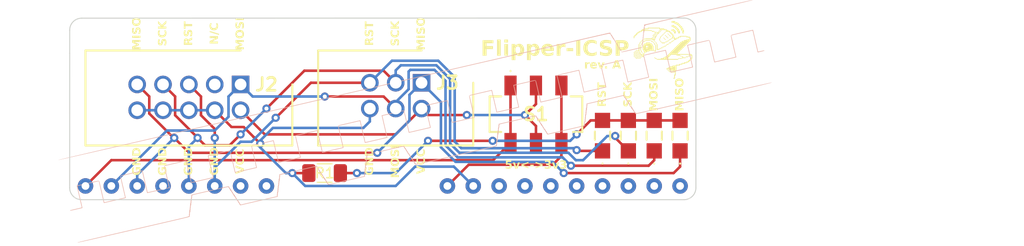
<source format=kicad_pcb>
(kicad_pcb (version 20221018) (generator pcbnew)
  (title_block (title "Flipper-ICSP") (date "2024-01-06") (rev "A"))
  (layers (0 "F.Cu" signal) (31 "B.Cu" signal) (34 "B.Paste" user) (35 "F.Paste" user) (36 "B.SilkS" user "B.Silkscreen") (37 "F.SilkS" user "F.Silkscreen") (38 "B.Mask" user) (39 "F.Mask" user) (44 "Edge.Cuts" user))
  (net 0 "")
  (net 1 "5v")
  (net 2 "MOSI")
  (net 3 "MISO")
  (net 5 "SCK")
  (net 6 "RESET")
  (net 9 "3v3")
  (net 10 "GND")
  (net 19 "VCC")
  (net 21 "Net-(LED1-Pad2)")
  (footprint "LibraryLoader:5990411127F" (layer "F.Cu") (at 122.555 68.069332 90)
    (fp_text reference "LED1" hide)
    (fp_text value "599-0411-127F" hide)
    (pad "1" smd rect (at -1.5 0 180) (size 1.5 1.5) (layers "F.Cu" "F.Paste" "F.Mask") (net 6 "RESET"))
    (pad "2" smd rect (at 1.5 0 180) (size 1.5 1.5) (layers "F.Cu" "F.Paste" "F.Mask") (net 21 "Net-(LED1-Pad2)"))
  )
  (footprint "LibraryLoader:SLW9135352ASMT" (layer "F.Cu") (at 116.015722 65.95726)
    (fp_text reference "S1" (at 0 0) (layer "F.SilkS") (effects (font (size 1.27 1.27) (thickness 0.254))))
    (fp_text value "SLW-913535-2A-SMT" hide)
    (pad "1" smd rect (at -2.5 -2.825) (size 1.2 1.95) (layers "F.Cu" "F.Paste" "F.Mask") (net 1 "5v"))
    (pad "2" smd rect (at 0 -2.825) (size 1.2 1.95) (layers "F.Cu" "F.Paste" "F.Mask") (net 19 "VCC"))
    (pad "3" smd rect (at 2.5 -2.825) (size 1.2 1.95) (layers "F.Cu" "F.Paste" "F.Mask") (net 9 "3v3"))
    (pad "4" smd rect (at -2.5 2.825) (size 1.2 1.95) (layers "F.Cu" "F.Paste" "F.Mask") (net 1 "5v"))
    (pad "5" smd rect (at 0 2.825) (size 1.2 1.95) (layers "F.Cu" "F.Paste" "F.Mask") (net 19 "VCC"))
    (pad "6" smd rect (at 2.5 2.825) (size 1.2 1.95) (layers "F.Cu" "F.Paste" "F.Mask") (net 9 "3v3"))
  )
  (footprint "LOGO" (layer "F.Cu") (at 128.613318 59.463912)
    (fp_text reference "G***" hide)
    (fp_text value "LOGO" hide)
  )
  (footprint "LibraryLoader:SHDR10W67P254_2X5_2032X916X922P" (layer "F.Cu") (at 86.995 63.03 180)
    (fp_text reference "J2" (at -2.54 0 180) (layer "F.SilkS") (effects (font (size 1.27 1.27) (thickness 0.254))))
    (fp_text value "1761681-3" hide)
    (pad "1" thru_hole rect (at 0 0 180) (size 1.725 1.725) (drill 1.15) (layers "*.Cu" "*.Mask") (net 2 "MOSI"))
    (pad "2" thru_hole circle (at 0 -2.54 180) (size 1.725 1.725) (drill 1.15) (layers "*.Cu" "*.Mask") (net 19 "VCC"))
    (pad "3" thru_hole circle (at 2.54 0 180) (size 1.725 1.725) (drill 1.15) (layers "*.Cu" "*.Mask"))
    (pad "4" thru_hole circle (at 2.54 -2.54 180) (size 1.725 1.725) (drill 1.15) (layers "*.Cu" "*.Mask") (net 10 "GND"))
    (pad "5" thru_hole circle (at 5.08 0 180) (size 1.725 1.725) (drill 1.15) (layers "*.Cu" "*.Mask") (net 6 "RESET"))
    (pad "6" thru_hole circle (at 5.08 -2.54 180) (size 1.725 1.725) (drill 1.15) (layers "*.Cu" "*.Mask") (net 10 "GND"))
    (pad "7" thru_hole circle (at 7.62 0 180) (size 1.725 1.725) (drill 1.15) (layers "*.Cu" "*.Mask") (net 5 "SCK"))
    (pad "8" thru_hole circle (at 7.62 -2.54 180) (size 1.725 1.725) (drill 1.15) (layers "*.Cu" "*.Mask") (net 10 "GND"))
    (pad "9" thru_hole circle (at 10.16 0 180) (size 1.725 1.725) (drill 1.15) (layers "*.Cu" "*.Mask") (net 3 "MISO"))
    (pad "10" thru_hole circle (at 10.16 -2.54 180) (size 1.725 1.725) (drill 1.15) (layers "*.Cu" "*.Mask") (net 10 "GND"))
  )
  (footprint "LibraryLoader:5990411127F" (layer "F.Cu") (at 130.175 68.069332 90)
    (fp_text reference "LED4" hide)
    (fp_text value "599-0411-127F" hide)
    (pad "1" smd rect (at -1.5 0 180) (size 1.5 1.5) (layers "F.Cu" "F.Paste" "F.Mask") (net 3 "MISO"))
    (pad "2" smd rect (at 1.5 0 180) (size 1.5 1.5) (layers "F.Cu" "F.Paste" "F.Mask") (net 21 "Net-(LED1-Pad2)"))
  )
  (footprint "LibraryLoader:5990411127F" (layer "F.Cu") (at 127.635 68.069332 90)
    (fp_text reference "LED3" hide)
    (fp_text value "599-0411-127F" hide)
    (pad "1" smd rect (at -1.5 0 180) (size 1.5 1.5) (layers "F.Cu" "F.Paste" "F.Mask") (net 2 "MOSI"))
    (pad "2" smd rect (at 1.5 0 180) (size 1.5 1.5) (layers "F.Cu" "F.Paste" "F.Mask") (net 21 "Net-(LED1-Pad2)"))
  )
  (footprint "LibraryLoader:SHDR6W67P254_2X3_1524X916X922P" (layer "F.Cu") (at 104.775 62.865 180)
    (fp_text reference "J3" (at -2.54 0 180) (layer "F.SilkS") (effects (font (size 1.27 1.27) (thickness 0.254))))
    (fp_text value "1761681-1" hide)
    (pad "1" thru_hole rect (at 0 0 180) (size 1.725 1.725) (drill 1.15) (layers "*.Cu" "*.Mask") (net 3 "MISO"))
    (pad "2" thru_hole circle (at 0 -2.54 180) (size 1.725 1.725) (drill 1.15) (layers "*.Cu" "*.Mask") (net 19 "VCC"))
    (pad "3" thru_hole circle (at 2.54 0 180) (size 1.725 1.725) (drill 1.15) (layers "*.Cu" "*.Mask") (net 5 "SCK"))
    (pad "4" thru_hole circle (at 2.54 -2.54 180) (size 1.725 1.725) (drill 1.15) (layers "*.Cu" "*.Mask") (net 2 "MOSI"))
    (pad "5" thru_hole circle (at 5.08 0 180) (size 1.725 1.725) (drill 1.15) (layers "*.Cu" "*.Mask") (net 6 "RESET"))
    (pad "6" thru_hole circle (at 5.08 -2.54 180) (size 1.725 1.725) (drill 1.15) (layers "*.Cu" "*.Mask") (net 10 "GND"))
  )
  (footprint "Resistor_SMD:R_1206_3216Metric_Pad1.30x1.75mm_HandSolder" (layer "F.Cu") (at 95.25 71.755 180)
    (fp_text reference "R1" (at 0 0) (layer "F.SilkS"))
    (fp_text value "220R")
    (pad "1" smd roundrect (at -1.55 0 180) (size 1.3 1.75) (layers "F.Cu" "F.Paste" "F.Mask") (roundrect_rratio 0.1923076923) (net 21 "Net-(LED1-Pad2)"))
    (pad "2" smd roundrect (at 1.55 0 180) (size 1.3 1.75) (layers "F.Cu" "F.Paste" "F.Mask") (roundrect_rratio 0.1923076923) (net 10 "GND"))
  )
  (footprint "FlipperZero:flipper zero through hole pins" (layer "F.Cu") (at 99.695 73.025)
    (fp_text reference "J1" hide)
    (fp_text value "FlipperZero")
    (pad "1" thru_hole circle (at -27.94 0) (size 1.524 1.524) (drill 0.762) (layers "*.Cu" "*.Mask") (net 1 "5v"))
    (pad "2" thru_hole circle (at -25.4 0) (size 1.524 1.524) (drill 0.762) (layers "*.Cu" "*.Mask") (net 2 "MOSI"))
    (pad "3" thru_hole circle (at -22.86 0) (size 1.524 1.524) (drill 0.762) (layers "*.Cu" "*.Mask") (net 3 "MISO"))
    (pad "4" thru_hole circle (at -20.32 0) (size 1.524 1.524) (drill 0.762) (layers "*.Cu" "*.Mask"))
    (pad "5" thru_hole circle (at -17.78 0) (size 1.524 1.524) (drill 0.762) (layers "*.Cu" "*.Mask") (net 5 "SCK"))
    (pad "6" thru_hole circle (at -15.24 0) (size 1.524 1.524) (drill 0.762) (layers "*.Cu" "*.Mask") (net 6 "RESET"))
    (pad "7" thru_hole circle (at -12.7 0) (size 1.524 1.524) (drill 0.762) (layers "*.Cu" "*.Mask"))
    (pad "8" thru_hole circle (at -10.16 0) (size 1.524 1.524) (drill 0.762) (layers "*.Cu" "*.Mask"))
    (pad "9" thru_hole circle (at 7.62 0) (size 1.524 1.524) (drill 0.762) (layers "*.Cu" "*.Mask") (net 9 "3v3"))
    (pad "10" thru_hole circle (at 10.16 0) (size 1.524 1.524) (drill 0.762) (layers "*.Cu" "*.Mask") (net 10 "GND"))
    (pad "11" thru_hole circle (at 12.7 0) (size 1.524 1.524) (drill 0.762) (layers "*.Cu" "*.Mask"))
    (pad "12" thru_hole circle (at 15.24 0) (size 1.524 1.524) (drill 0.762) (layers "*.Cu" "*.Mask"))
    (pad "13" thru_hole circle (at 17.78 0) (size 1.524 1.524) (drill 0.762) (layers "*.Cu" "*.Mask"))
    (pad "14" thru_hole circle (at 20.32 0) (size 1.524 1.524) (drill 0.762) (layers "*.Cu" "*.Mask"))
    (pad "15" thru_hole circle (at 22.86 0) (size 1.524 1.524) (drill 0.762) (layers "*.Cu" "*.Mask"))
    (pad "16" thru_hole circle (at 25.4 0) (size 1.524 1.524) (drill 0.762) (layers "*.Cu" "*.Mask"))
    (pad "17" thru_hole circle (at 27.94 0) (size 1.524 1.524) (drill 0.762) (layers "*.Cu" "*.Mask"))
    (pad "18" thru_hole circle (at 30.48 0) (size 1.524 1.524) (drill 0.762) (layers "*.Cu" "*.Mask"))
  )
  (footprint "LibraryLoader:5990411127F" (layer "F.Cu") (at 125.095 68.069332 90)
    (fp_text reference "LED2" hide)
    (fp_text value "599-0411-127F" hide)
    (pad "1" smd rect (at -1.5 0 180) (size 1.5 1.5) (layers "F.Cu" "F.Paste" "F.Mask") (net 5 "SCK"))
    (pad "2" smd rect (at 1.5 0 180) (size 1.5 1.5) (layers "F.Cu" "F.Paste" "F.Mask") (net 21 "Net-(LED1-Pad2)"))
  )
  (footprint "LOGO" (layer "B.Cu") (at 104.14 66.675 -167)
    (fp_text reference "G***" hide)
    (fp_text value "LOGO" hide)
  )
  (footprint "LOGO" (layer "B.Cu") (at 113.665 65.405 176)
    (fp_text reference "G***" hide)
    (fp_text value "LOGO" hide)
  )
  (gr_line (start 131.734797 59.9538) (end 131.734797 57.665164) (stroke (width 0.1)) (layer "Edge.Cuts"))
  (gr_line (start 131.73014 73.20298) (end 131.734797 59.9538) (stroke (width 0.1)) (layer "Edge.Cuts"))
  (gr_line (start 70.204517 59.967771) (end 70.204517 57.679135) (stroke (width 0.1)) (layer "Edge.Cuts"))
  (gr_arc (start 131.73014 73.20298) (mid 131.386506 74.032628) (end 130.556857 74.376263) (stroke (width 0.1)) (layer "Edge.Cuts"))
  (gr_arc (start 130.561514 56.491881) (mid 131.39115 56.835528) (end 131.734797 57.665164) (stroke (width 0.1)) (layer "Edge.Cuts"))
  (gr_line (start 71.375749 74.375227) (end 130.556857 74.376263) (stroke (width 0.1)) (layer "Edge.Cuts"))
  (gr_line (start 70.204517 59.967771) (end 70.202466 73.201944) (stroke (width 0.1)) (layer "Edge.Cuts"))
  (gr_arc (start 71.375749 74.375227) (mid 70.546138 74.031564) (end 70.202466 73.201944) (stroke (width 0.1)) (layer "Edge.Cuts"))
  (gr_arc (start 70.204517 57.679135) (mid 70.548164 56.849499) (end 71.3778 56.505852) (stroke (width 0.1)) (layer "Edge.Cuts"))
  (gr_line (start 71.3778 56.505852) (end 130.561514 56.491881) (stroke (width 0.1)) (layer "Edge.Cuts"))
  (gr_text "SCK" (at 79.8315 58.019932 90) (layer "F.SilkS") (effects (font (size 0.8 0.8) (thickness 0.1) bold) (justify bottom)))
  (gr_text "RST" (at 82.3715 58.019931 90) (layer "F.SilkS") (effects (font (size 0.8 0.8) (thickness 0.1) bold) (justify bottom)))
  (gr_text "Flipper-ICSP" (at 117.886703 60.456186) (layer "F.SilkS") (effects (font (size 1.5 1.5) (thickness 0.3) bold) (justify bottom)))
  (gr_text "MOSI" (at 87.4515 58.019932 90) (layer "F.SilkS") (effects (font (size 0.8 0.8) (thickness 0.1) bold) (justify bottom)))
  (gr_text "VCC" (at 87.4515 70.608972 90) (layer "F.SilkS") (effects (font (size 0.8 0.8) (thickness 0.1) bold) (justify bottom)))
  (gr_text "GND" (at 84.9115 70.608973 90) (layer "F.SilkS") (effects (font (size 0.8 0.8) (thickness 0.1) bold) (justify bottom)))
  (gr_text "MOSI" (at 128.0915 64.028935 90) (layer "F.SilkS") (effects (font (size 0.8 0.8) (thickness 0.1) bold) (justify bottom)))
  (gr_text "rev. A" (at 122.555 61.595) (layer "F.SilkS") (effects (font (size 0.8 0.8) (thickness 0.1) bold) (justify bottom)))
  (gr_text "SCK" (at 125.5515 64.028935 90) (layer "F.SilkS") (effects (font (size 0.8 0.8) (thickness 0.1) bold) (justify bottom)))
  (gr_text "MOSI" (at 102.6915 70.608973 90) (layer "F.SilkS") (effects (font (size 0.8 0.8) (thickness 0.1) bold) (justify bottom)))
  (gr_text "MISO" (at 105.2315 58.019932 90) (layer "F.SilkS") (effects (font (size 0.8 0.8) (thickness 0.1) bold) (justify bottom)))
  (gr_text "MISO" (at 130.6315 64.028935 90) (layer "F.SilkS") (effects (font (size 0.8 0.8) (thickness 0.1) bold) (justify bottom)))
  (gr_text "N/C" (at 84.9115 58.019931 90) (layer "F.SilkS") (effects (font (size 0.8 0.8) (thickness 0.1) bold) (justify bottom)))
  (gr_text "GND" (at 77.2915 70.608973 90) (layer "F.SilkS") (effects (font (size 0.8 0.8) (thickness 0.1) bold) (justify bottom)))
  (gr_text "RST" (at 100.1515 58.019931 90) (layer "F.SilkS") (effects (font (size 0.8 0.8) (thickness 0.1) bold) (justify bottom)))
  (gr_text "VCC" (at 105.2315 70.608972 90) (layer "F.SilkS") (effects (font (size 0.8 0.8) (thickness 0.1) bold) (justify bottom)))
  (gr_text "GND" (at 79.8315 70.608973 90) (layer "F.SilkS") (effects (font (size 0.8 0.8) (thickness 0.1) bold) (justify bottom)))
  (gr_text "RST" (at 123.0115 64.028934 90) (layer "F.SilkS") (effects (font (size 0.8 0.8) (thickness 0.1) bold) (justify bottom)))
  (gr_text "5v<->3v3" (at 116.015722 71.457935) (layer "F.SilkS") (effects (font (size 0.8 0.8) (thickness 0.15) bold) (justify bottom)))
  (gr_text "SCK" (at 102.6915 58.019932 90) (layer "F.SilkS") (effects (font (size 0.8 0.8) (thickness 0.1) bold) (justify bottom)))
  (gr_text "MISO" (at 77.2915 58.019932 90) (layer "F.SilkS") (effects (font (size 0.8 0.8) (thickness 0.1) bold) (justify bottom)))
  (gr_text "GND" (at 100.1515 70.608973 90) (layer "F.SilkS") (effects (font (size 0.8 0.8) (thickness 0.1) bold) (justify bottom)))
  (gr_text "GND" (at 82.3715 70.608973 90) (layer "F.SilkS") (effects (font (size 0.8 0.8) (thickness 0.1) bold) (justify bottom)))
  (segment (start 74.295 70.485) (end 111.812982 70.485) (width 0.25) (layer "F.Cu") (net 1))
  (segment (start 71.755 73.025) (end 74.295 70.485) (width 0.25) (layer "F.Cu") (net 1))
  (segment (start 111.812982 70.485) (end 113.515722 68.78226) (width 0.25) (layer "F.Cu") (net 1))
  (segment (start 113.515722 68.78226) (end 113.515722 63.13226) (width 0.25) (layer "F.Cu") (net 1))
  (segment (start 127.635 70.485) (end 127.635 69.569332) (width 0.25) (layer "F.Cu") (net 2))
  (segment (start 119.451755 71.0305) (end 127.0895 71.0305) (width 0.25) (layer "F.Cu") (net 2))
  (segment (start 95.269179 64.2175) (end 101.0475 64.2175) (width 0.25) (layer "F.Cu") (net 2))
  (segment (start 101.0475 64.2175) (end 102.235 65.405) (width 0.25) (layer "F.Cu") (net 2))
  (segment (start 127.0895 71.0305) (end 127.635 70.485) (width 0.25) (layer "F.Cu") (net 2))
  (segment (start 95.266614 64.220065) (end 95.269179 64.2175) (width 0.25) (layer "F.Cu") (net 2))
  (via (at 119.451755 71.0305) (size 0.8) (drill 0.4) (layers "F.Cu" "B.Cu") (net 2))
  (via (at 95.266614 64.220065) (size 0.8) (drill 0.4) (layers "F.Cu" "B.Cu") (net 2))
  (segment (start 107.13 62.68) (end 107.13 69.028604) (width 0.25) (layer "B.Cu") (net 2))
  (segment (start 118.626255 70.205) (end 119.451755 71.0305) (width 0.25) (layer "B.Cu") (net 2))
  (segment (start 103.505 61.76) (end 103.67 61.595) (width 0.25) (layer "B.Cu") (net 2))
  (segment (start 86.995 63.03) (end 88.1825 64.2175) (width 0.25) (layer "B.Cu") (net 2))
  (segment (start 88.1825 64.2175) (end 95.264049 64.2175) (width 0.25) (layer "B.Cu") (net 2))
  (segment (start 103.67 61.595) (end 106.045 61.595) (width 0.25) (layer "B.Cu") (net 2))
  (segment (start 102.235 64.768604) (end 103.505 63.498604) (width 0.25) (layer "B.Cu") (net 2))
  (segment (start 102.235 65.405) (end 102.235 64.768604) (width 0.25) (layer "B.Cu") (net 2))
  (segment (start 107.13 69.028604) (end 108.306396 70.205) (width 0.25) (layer "B.Cu") (net 2))
  (segment (start 95.264049 64.2175) (end 95.266614 64.220065) (width 0.25) (layer "B.Cu") (net 2))
  (segment (start 106.045 61.595) (end 107.13 62.68) (width 0.25) (layer "B.Cu") (net 2))
  (segment (start 85.8075 64.2175) (end 86.995 63.03) (width 0.25) (layer "B.Cu") (net 2))
  (segment (start 84.455 67.566907) (end 85.8075 66.214407) (width 0.25) (layer "B.Cu") (net 2))
  (segment (start 79.753093 67.566907) (end 84.455 67.566907) (width 0.25) (layer "B.Cu") (net 2))
  (segment (start 103.505 63.498604) (end 103.505 61.76) (width 0.25) (layer "B.Cu") (net 2))
  (segment (start 85.8075 66.214407) (end 85.8075 64.2175) (width 0.25) (layer "B.Cu") (net 2))
  (segment (start 108.306396 70.205) (end 118.626255 70.205) (width 0.25) (layer "B.Cu") (net 2))
  (segment (start 74.295 73.025) (end 79.753093 67.566907) (width 0.25) (layer "B.Cu") (net 2))
  (segment (start 81.944126 69.7605) (end 100.419501 69.7605) (width 0.25) (layer "F.Cu") (net 3))
  (segment (start 129.54 71.755) (end 130.175 71.12) (width 0.25) (layer "F.Cu") (net 3))
  (segment (start 118.745 71.755) (end 129.54 71.755) (width 0.25) (layer "F.Cu") (net 3))
  (segment (start 78.0225 64.2175) (end 76.835 63.03) (width 0.25) (layer "F.Cu") (net 3))
  (segment (start 130.175 71.12) (end 130.175 69.569332) (width 0.25) (layer "F.Cu") (net 3))
  (segment (start 80.475533 68.291907) (end 80.417528 68.291907) (width 0.25) (layer "F.Cu") (net 3))
  (segment (start 78.0225 65.896879) (end 78.0225 64.2175) (width 0.25) (layer "F.Cu") (net 3))
  (segment (start 80.417528 68.291907) (end 78.0225 65.896879) (width 0.25) (layer "F.Cu") (net 3))
  (segment (start 80.475533 68.291907) (end 81.944126 69.7605) (width 0.25) (layer "F.Cu") (net 3))
  (via (at 80.475533 68.291907) (size 0.8) (drill 0.4) (layers "F.Cu" "B.Cu") (net 3))
  (via (at 118.745 71.755) (size 0.8) (drill 0.4) (layers "F.Cu" "B.Cu") (net 3))
  (via (at 100.419501 69.7605) (size 0.8) (drill 0.4) (layers "F.Cu" "B.Cu") (net 3))
  (segment (start 103.5875 64.0525) (end 104.775 62.865) (width 0.25) (layer "B.Cu") (net 3))
  (segment (start 117.645 70.655) (end 118.745 71.755) (width 0.25) (layer "B.Cu") (net 3))
  (segment (start 104.775 62.865) (end 106.68 64.77) (width 0.25) (layer "B.Cu") (net 3))
  (segment (start 80.475533 68.291907) (end 76.835 71.93244) (width 0.25) (layer "B.Cu") (net 3))
  (segment (start 76.835 71.93244) (end 76.835 73.025) (width 0.25) (layer "B.Cu") (net 3))
  (segment (start 106.68 64.77) (end 106.68 69.215) (width 0.25) (layer "B.Cu") (net 3))
  (segment (start 108.12 70.655) (end 117.645 70.655) (width 0.25) (layer "B.Cu") (net 3))
  (segment (start 106.68 69.215) (end 108.12 70.655) (width 0.25) (layer "B.Cu") (net 3))
  (segment (start 103.5875 66.592501) (end 103.5875 64.0525) (width 0.25) (layer "B.Cu") (net 3))
  (segment (start 100.419501 69.7605) (end 103.5875 66.592501) (width 0.25) (layer "B.Cu") (net 3))
  (segment (start 85.923093 69.016907) (end 83.492482 69.016907) (width 0.25) (layer "F.Cu") (net 5))
  (segment (start 123.799007 68.103316) (end 123.799007 68.273339) (width 0.25) (layer "F.Cu") (net 5))
  (segment (start 83.492482 69.016907) (end 82.766982 68.291407) (width 0.25) (layer "F.Cu") (net 5))
  (segment (start 82.766982 68.266361) (end 80.5625 66.061879) (width 0.25) (layer "F.Cu") (net 5))
  (segment (start 123.799007 68.273339) (end 125.095 69.569332) (width 0.25) (layer "F.Cu") (net 5))
  (segment (start 101.0475 61.6775) (end 102.235 62.865) (width 0.25) (layer "F.Cu") (net 5))
  (segment (start 86.995 67.945) (end 85.923093 69.016907) (width 0.25) (layer "F.Cu") (net 5))
  (segment (start 80.5625 66.061879) (end 80.5625 64.2175) (width 0.25) (layer "F.Cu") (net 5))
  (segment (start 80.5625 64.2175) (end 79.375 63.03) (width 0.25) (layer "F.Cu") (net 5))
  (segment (start 89.535 65.405) (end 93.2625 61.6775) (width 0.25) (layer "F.Cu") (net 5))
  (segment (start 93.2625 61.6775) (end 101.0475 61.6775) (width 0.25) (layer "F.Cu") (net 5))
  (segment (start 82.766982 68.291407) (end 82.766982 68.266361) (width 0.25) (layer "F.Cu") (net 5))
  (via (at 86.995 67.945) (size 0.8) (drill 0.4) (layers "F.Cu" "B.Cu") (net 5))
  (via (at 82.766982 68.291407) (size 0.8) (drill 0.4) (layers "F.Cu" "B.Cu") (net 5))
  (via (at 89.535 65.405) (size 0.8) (drill 0.4) (layers "F.Cu" "B.Cu") (net 5))
  (via (at 123.799007 68.103316) (size 0.8) (drill 0.4) (layers "F.Cu" "B.Cu") (net 5))
  (segment (start 86.995 67.945) (end 89.535 65.405) (width 0.25) (layer "B.Cu") (net 5))
  (segment (start 102.735241 61.145) (end 106.231396 61.145) (width 0.25) (layer "B.Cu") (net 5))
  (segment (start 119.20156 69.755) (end 119.93156 70.485) (width 0.25) (layer "B.Cu") (net 5))
  (segment (start 107.58 68.842208) (end 108.492792 69.755) (width 0.25) (layer "B.Cu") (net 5))
  (segment (start 120.65 70.485) (end 123.031684 68.103316) (width 0.25) (layer "B.Cu") (net 5))
  (segment (start 81.915 69.143389) (end 82.766982 68.291407) (width 0.25) (layer "B.Cu") (net 5))
  (segment (start 119.93156 70.485) (end 120.65 70.485) (width 0.25) (layer "B.Cu") (net 5))
  (segment (start 108.492792 69.755) (end 119.20156 69.755) (width 0.25) (layer "B.Cu") (net 5))
  (segment (start 102.235 61.645241) (end 102.735241 61.145) (width 0.25) (layer "B.Cu") (net 5))
  (segment (start 106.231396 61.145) (end 107.58 62.493604) (width 0.25) (layer "B.Cu") (net 5))
  (segment (start 107.58 62.493604) (end 107.58 68.842208) (width 0.25) (layer "B.Cu") (net 5))
  (segment (start 81.915 73.025) (end 81.915 69.143389) (width 0.25) (layer "B.Cu") (net 5))
  (segment (start 102.235 62.865) (end 102.235 61.645241) (width 0.25) (layer "B.Cu") (net 5))
  (segment (start 123.031684 68.103316) (end 123.799007 68.103316) (width 0.25) (layer "B.Cu") (net 5))
  (segment (start 120.015 69.4955) (end 120.088832 69.569332) (width 0.25) (layer "F.Cu") (net 6))
  (segment (start 83.1025 66.061879) (end 83.1025 64.2175) (width 0.25) (layer "F.Cu") (net 6))
  (segment (start 120.088832 69.569332) (end 122.555 69.569332) (width 0.25) (layer "F.Cu") (net 6))
  (segment (start 90.457043 66.310467) (end 93.90251 62.865) (width 0.25) (layer "F.Cu") (net 6))
  (segment (start 84.458987 68.291907) (end 84.458987 67.418366) (width 0.25) (layer "F.Cu") (net 6))
  (segment (start 90.443073 66.310467) (end 90.457043 66.310467) (width 0.25) (layer "F.Cu") (net 6))
  (segment (start 93.90251 62.865) (end 99.695 62.865) (width 0.25) (layer "F.Cu") (net 6))
  (segment (start 84.458987 67.418366) (end 83.1025 66.061879) (width 0.25) (layer "F.Cu") (net 6))
  (segment (start 83.1025 64.2175) (end 81.915 63.03) (width 0.25) (layer "F.Cu") (net 6))
  (via (at 90.443073 66.310467) (size 0.8) (drill 0.4) (layers "F.Cu" "B.Cu") (net 6))
  (via (at 84.458987 68.291907) (size 0.8) (drill 0.4) (layers "F.Cu" "B.Cu") (net 6))
  (via (at 120.015 69.4955) (size 0.8) (drill 0.4) (layers "F.Cu" "B.Cu") (net 6))
  (segment (start 86.995 68.67) (end 88.08354 68.67) (width 0.25) (layer "B.Cu") (net 6))
  (segment (start 88.08354 68.67) (end 90.443073 66.310467) (width 0.25) (layer "B.Cu") (net 6))
  (segment (start 84.455 73.025) (end 84.455 68.295894) (width 0.25) (layer "B.Cu") (net 6))
  (segment (start 84.455 73.025) (end 84.455 71.21) (width 0.25) (layer "B.Cu") (net 6))
  (segment (start 108.03 68.655812) (end 108.679188 69.305) (width 0.25) (layer "B.Cu") (net 6))
  (segment (start 108.679188 69.305) (end 118.655 69.305) (width 0.25) (layer "B.Cu") (net 6))
  (segment (start 118.655543 69.304457) (end 119.823957 69.304457) (width 0.25) (layer "B.Cu") (net 6))
  (segment (start 84.455 68.295894) (end 84.458987 68.291907) (width 0.25) (layer "B.Cu") (net 6))
  (segment (start 119.823957 69.304457) (end 120.015 69.4955) (width 0.25) (layer "B.Cu") (net 6))
  (segment (start 118.655 69.305) (end 118.655543 69.304457) (width 0.25) (layer "B.Cu") (net 6))
  (segment (start 108.03 62.307208) (end 108.03 68.655812) (width 0.25) (layer "B.Cu") (net 6))
  (segment (start 106.417792 60.695) (end 108.03 62.307208) (width 0.25) (layer "B.Cu") (net 6))
  (segment (start 84.455 71.21) (end 86.995 68.67) (width 0.25) (layer "B.Cu") (net 6))
  (segment (start 101.865 60.695) (end 106.417792 60.695) (width 0.25) (layer "B.Cu") (net 6))
  (segment (start 99.695 62.865) (end 101.865 60.695) (width 0.25) (layer "B.Cu") (net 6))
  (segment (start 118.515722 68.78226) (end 118.515722 63.13226) (width 0.25) (layer "F.Cu") (net 9))
  (segment (start 118.515722 70.079278) (end 118.515722 68.78226) (width 0.25) (layer "F.Cu") (net 9))
  (segment (start 109.405 70.935) (end 117.66 70.935) (width 0.25) (layer "F.Cu") (net 9))
  (segment (start 107.315 73.025) (end 109.405 70.935) (width 0.25) (layer "F.Cu") (net 9))
  (segment (start 117.66 70.935) (end 118.515722 70.079278) (width 0.25) (layer "F.Cu") (net 9))
  (segment (start 88.265 68.189695) (end 87.295305 67.22) (width 0.25) (layer "F.Cu") (net 10))
  (segment (start 93.7 71.755) (end 92.075 71.755) (width 0.25) (layer "F.Cu") (net 10))
  (segment (start 88.265 68.189695) (end 88.265 68.193418) (width 0.25) (layer "F.Cu") (net 10))
  (segment (start 88.265 68.193418) (end 88.92486 68.853278) (width 0.25) (layer "F.Cu") (net 10))
  (segment (start 87.295305 67.22) (end 86.105 67.22) (width 0.25) (layer "F.Cu") (net 10))
  (segment (start 86.105 67.22) (end 84.455 65.57) (width 0.25) (layer "F.Cu") (net 10))
  (via (at 92.075 71.755) (size 0.8) (drill 0.4) (layers "F.Cu" "B.Cu") (net 10))
  (via (at 88.92486 68.853278) (size 0.8) (drill 0.4) (layers "F.Cu" "B.Cu") (net 10))
  (segment (start 104.14 71.12) (end 102.235 73.025) (width 0.25) (layer "B.Cu") (net 10))
  (segment (start 88.92486 68.853278) (end 88.92486 68.55514) (width 0.25) (layer "B.Cu") (net 10))
  (segment (start 88.92486 69.23986) (end 91.44 71.755) (width 0.25) (layer "B.Cu") (net 10))
  (segment (start 93.345 73.025) (end 92.075 71.755) (width 0.25) (layer "B.Cu") (net 10))
  (segment (start 107.95 71.12) (end 104.14 71.12) (width 0.25) (layer "B.Cu") (net 10))
  (segment (start 88.92486 68.55514) (end 90.17 67.31) (width 0.25) (layer "B.Cu") (net 10))
  (segment (start 102.235 73.025) (end 93.345 73.025) (width 0.25) (layer "B.Cu") (net 10))
  (segment (start 99.06 67.31) (end 99.695 66.675) (width 0.25) (layer "B.Cu") (net 10))
  (segment (start 91.44 71.755) (end 92.075 71.755) (width 0.25) (layer "B.Cu") (net 10))
  (segment (start 81.915 65.57) (end 79.375 65.57) (width 0.25) (layer "B.Cu") (net 10))
  (segment (start 79.375 65.57) (end 76.835 65.57) (width 0.25) (layer "B.Cu") (net 10))
  (segment (start 90.17 67.31) (end 99.06 67.31) (width 0.25) (layer "B.Cu") (net 10))
  (segment (start 88.92486 68.853278) (end 88.92486 69.23986) (width 0.25) (layer "B.Cu") (net 10))
  (segment (start 99.695 66.675) (end 99.695 65.405) (width 0.25) (layer "B.Cu") (net 10))
  (segment (start 109.855 73.025) (end 107.95 71.12) (width 0.25) (layer "B.Cu") (net 10))
  (segment (start 84.455 65.57) (end 81.915 65.57) (width 0.25) (layer "B.Cu") (net 10))
  (segment (start 104.775 65.405) (end 102.235 67.945) (width 0.25) (layer "F.Cu") (net 19))
  (segment (start 116.015722 67.120722) (end 114.935 66.04) (width 0.25) (layer "F.Cu") (net 19))
  (segment (start 109.22 66.04) (end 105.41 66.04) (width 0.25) (layer "F.Cu") (net 19))
  (segment (start 89.37 67.945) (end 86.995 65.57) (width 0.25) (layer "F.Cu") (net 19))
  (segment (start 116.015722 63.13226) (end 116.015722 64.959278) (width 0.25) (layer "F.Cu") (net 19))
  (segment (start 116.015722 64.959278) (end 114.935 66.04) (width 0.25) (layer "F.Cu") (net 19))
  (segment (start 105.41 66.04) (end 104.775 65.405) (width 0.25) (layer "F.Cu") (net 19))
  (segment (start 116.015722 68.78226) (end 116.015722 67.120722) (width 0.25) (layer "F.Cu") (net 19))
  (segment (start 102.235 67.945) (end 89.37 67.945) (width 0.25) (layer "F.Cu") (net 19))
  (via (at 114.935 66.04) (size 0.8) (drill 0.4) (layers "F.Cu" "B.Cu") (net 19))
  (via (at 109.22 66.04) (size 0.8) (drill 0.4) (layers "F.Cu" "B.Cu") (net 19))
  (segment (start 114.935 66.04) (end 109.22 66.04) (width 0.25) (layer "B.Cu") (net 19))
  (segment (start 98.425 71.755) (end 96.8 71.755) (width 0.25) (layer "F.Cu") (net 21))
  (segment (start 130.175 66.569332) (end 127.635 66.569332) (width 0.25) (layer "F.Cu") (net 21))
  (segment (start 125.095 66.569332) (end 122.555 66.569332) (width 0.25) (layer "F.Cu") (net 21))
  (segment (start 111.76 68.58) (end 105.41 68.58) (width 0.25) (layer "F.Cu") (net 21))
  (segment (start 121.390668 66.569332) (end 120.015 67.945) (width 0.25) (layer "F.Cu") (net 21))
  (segment (start 127.635 66.569332) (end 125.095 66.569332) (width 0.25) (layer "F.Cu") (net 21))
  (segment (start 122.555 66.569332) (end 121.390668 66.569332) (width 0.25) (layer "F.Cu") (net 21))
  (via (at 105.41 68.58) (size 0.8) (drill 0.4) (layers "F.Cu" "B.Cu") (net 21))
  (via (at 120.015 67.945) (size 0.8) (drill 0.4) (layers "F.Cu" "B.Cu") (net 21))
  (via (at 111.76 68.58) (size 0.8) (drill 0.4) (layers "F.Cu" "B.Cu") (net 21))
  (via (at 98.425 71.755) (size 0.8) (drill 0.4) (layers "F.Cu" "B.Cu") (net 21))
  (segment (start 102.235 71.755) (end 98.425 71.755) (width 0.25) (layer "B.Cu") (net 21))
  (segment (start 111.76 68.58) (end 119.38 68.58) (width 0.25) (layer "B.Cu") (net 21))
  (segment (start 105.41 68.58) (end 102.235 71.755) (width 0.25) (layer "B.Cu") (net 21))
  (segment (start 119.38 68.58) (end 120.015 67.945) (width 0.25) (layer "B.Cu") (net 21))
)
</source>
